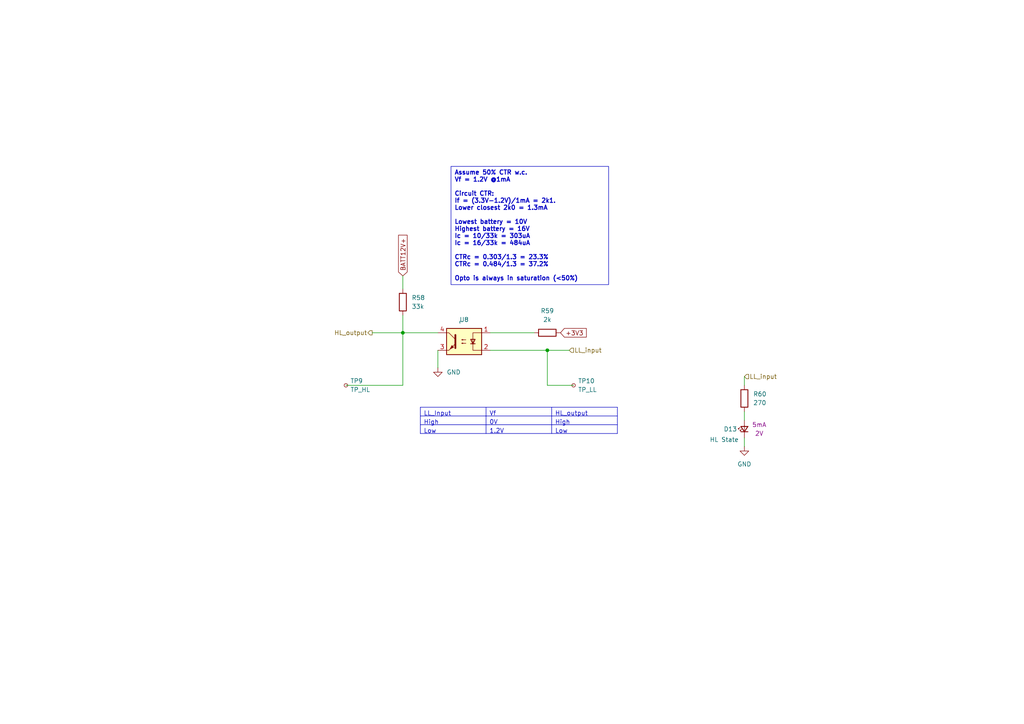
<source format=kicad_sch>
(kicad_sch (version 20250114) (generator "eeschema") (generator_version "9.0")
  (paper "A4")
  (title_block (title "Main architecture") (date "2025-08-10") (rev "0.0") (company "Alex Miller & Martin Roger") (comment 1 "https://github.com/martinroger/VXDash") (comment 2 "https://cadlab.io/projects/vxdash"))
  (lib_symbols
    (symbol "Connector:TestPoint_Small" (pin_numbers (hide yes)) (pin_names (offset 0.762) (hide yes))
      (property "Reference" "TP" (at 0 3.81 0))
      (property "Value" "TestPoint_Small" (at 0 2.032 0))
      (symbol "TestPoint_Small_0_1"
        (circle (center 0 0) (radius 0.508))
      )
      (symbol "TestPoint_Small_1_1"
        (pin passive line (at 0 0 90) (length 0) (name "1") (number "1"))
      )
    )
    (symbol "Isolator:SFH617A-2X009T"
      (property "Reference" "U" (at -3.81 5.08 0))
      (property "Value" "SFH617A-2X009T" (at 0 -5.08 0))
      (symbol "SFH617A-2X009T_1_1"
        (rectangle (start -5.08 3.81) (end 5.08 -3.81) (stroke (width 0.254)) (fill (type background)))
        (polyline (pts (xy -5.08 2.54) (xy -2.54 2.54) (xy -2.54 -0.762)))
        (polyline (pts (xy -3.175 -0.635) (xy -1.905 -0.635)) (stroke (width 0.254)))
        (polyline (pts (xy -2.54 -0.635) (xy -2.54 -2.54) (xy -5.08 -2.54)))
        (polyline (pts (xy -2.54 -0.635) (xy -3.175 0.635) (xy -1.905 0.635) (xy -2.54 -0.635)) (stroke (width 0.254)))
        (polyline (pts (xy -0.508 0.508) (xy 0.762 0.508) (xy 0.381 0.381) (xy 0.381 0.635) (xy 0.762 0.508)))
        (polyline (pts (xy -0.508 -0.508) (xy 0.762 -0.508) (xy 0.381 -0.635) (xy 0.381 -0.381) (xy 0.762 -0.508)))
        (polyline (pts (xy 2.54 1.905) (xy 2.54 -1.905) (xy 2.54 -1.905)) (stroke (width 0.508)))
        (polyline (pts (xy 2.54 0.635) (xy 4.445 2.54)))
        (polyline (pts (xy 3.048 -1.651) (xy 3.556 -1.143) (xy 4.064 -2.159) (xy 3.048 -1.651) (xy 3.048 -1.651)) (fill (type outline)))
        (polyline (pts (xy 4.445 2.54) (xy 5.08 2.54)))
        (polyline (pts (xy 4.445 -2.54) (xy 2.54 -0.635)) (fill (type outline)))
        (polyline (pts (xy 4.445 -2.54) (xy 5.08 -2.54)))
        (pin passive line (at -7.62 2.54 0) (length 2.54) (name "~") (number "1"))
        (pin passive line (at -7.62 -2.54 0) (length 2.54) (name "~") (number "2"))
        (pin passive line (at 7.62 2.54 180) (length 2.54) (name "~") (number "4"))
        (pin passive line (at 7.62 -2.54 180) (length 2.54) (name "~") (number "3"))
      )
    )
    (symbol "VXDash_diodes:LED_Small" (pin_numbers (hide yes)) (pin_names (offset 0.254) (hide yes))
      (property "Reference" "D1" (at 0.0635 6.35 0))
      (property "Value" "LED_Small" (at 0.0635 3.81 0))
      (property "Vf" "2V" (at 0 -4.572 0))
      (property "If" "5mA" (at 0 -2.54 0))
      (symbol "LED_Small_0_1"
        (polyline (pts (xy -0.762 -1.016) (xy -0.762 1.016)) (stroke (width 0.254)))
        (polyline (pts (xy 0 0.762) (xy -0.508 1.27) (xy -0.254 1.27) (xy -0.508 1.27) (xy -0.508 1.016)))
        (polyline (pts (xy 0.508 1.27) (xy 0 1.778) (xy 0.254 1.778) (xy 0 1.778) (xy 0 1.524)))
        (polyline (pts (xy 0.762 -1.016) (xy -0.762 0) (xy 0.762 1.016) (xy 0.762 -1.016)) (stroke (width 0.254)))
        (polyline (pts (xy 1.016 0) (xy -0.762 0)))
      )
      (symbol "LED_Small_1_1"
        (pin passive line (at -2.54 0 0) (length 1.778) (name "K") (number "1"))
        (pin passive line (at 2.54 0 180) (length 1.778) (name "A") (number "2"))
      )
    )
    (symbol "VXDash_passives:Res" (pin_numbers (hide yes)) (pin_names (offset 0))
      (property "Reference" "R" (at 1.27 1.27 0))
      (property "Value" "Res" (at 1.27 -1.27 0))
      (symbol "Res_0_1"
        (rectangle (start -1.016 -2.54) (end 1.016 2.54) (stroke (width 0.254)))
      )
      (symbol "Res_1_1"
        (pin passive line (at 0 3.81 270) (length 1.27) (name "~") (number "1"))
        (pin passive line (at 0 -3.81 90) (length 1.27) (name "~") (number "2"))
      )
    )
    (symbol "power:GND" (power) (pin_numbers (hide yes)) (pin_names (offset 0) (hide yes))
      (property "Value" "GND" (at 0 -3.81 0))
      (symbol "GND_0_1"
        (polyline (pts (xy 0 0) (xy 0 -1.27) (xy 1.27 -1.27) (xy 0 -2.54) (xy -1.27 -1.27) (xy 0 -1.27)))
      )
      (symbol "GND_1_1"
        (pin power_in line (at 0 0 270) (length 0) (name "~") (number "1"))
      )
    )
  )
  (text_box "Assume 50% CTR w.c.\nVf = 1.2V @1mA\n\nCircuit CTR:\nIf = (3.3V-1.2V)/1mA = 2k1. \nLower closest 2k0 = 1.3mA\n\nLowest battery = 10V\nHighest battery = 16V\nIc = 10/33k = 303uA\nIc = 16/33k = 484uA\n\nCTRc = 0.303/1.3 = 23.3%\nCTRc = 0.484/1.3 = 37.2%\n\nOpto is always in saturation (<50%)\n" (at 130.81 48.26 0) (size 45.72 34.29) (margins 0.9525 0.9525 0.9525 0.9525) (effects (font (size 1.27 1.27) (bold yes)) (justify left top)))
  (junction (at 116.84 96.52))
  (junction (at 158.75 101.6))
  (wire (pts (xy 116.84 96.52) (xy 127 96.52)))
  (wire (pts (xy 142.24 101.6) (xy 158.75 101.6)))
  (wire (pts (xy 142.24 96.52) (xy 154.94 96.52)))
  (wire (pts (xy 107.95 96.52) (xy 116.84 96.52)))
  (wire (pts (xy 215.9 119.38) (xy 215.9 121.92)))
  (wire (pts (xy 116.84 91.44) (xy 116.84 96.52)))
  (wire (pts (xy 116.84 80.01) (xy 116.84 83.82)))
  (wire (pts (xy 100.33 111.76) (xy 116.84 111.76)))
  (wire (pts (xy 116.84 111.76) (xy 116.84 96.52)))
  (wire (pts (xy 158.75 101.6) (xy 165.1 101.6)))
  (wire (pts (xy 215.9 109.22) (xy 215.9 111.76)))
  (wire (pts (xy 215.9 127) (xy 215.9 129.54)))
  (wire (pts (xy 166.37 111.76) (xy 158.75 111.76)))
  (wire (pts (xy 158.75 111.76) (xy 158.75 101.6)))
  (wire (pts (xy 127 106.68) (xy 127 101.6)))
  (table (column_count 3) (border (external yes) (header yes)) (separators (rows yes) (cols yes)) (column_widths 19.05 19.05 19.05) (row_heights 2.54 2.54 2.54) (cells (table_cell "LL_Input" (at 121.92 118.11 0) (size 19.05 2.54) (margins 0.9525 0.9525 0.9525 0.9525) (span 1 1)) (table_cell "Vf" (at 140.97 118.11 0) (size 19.05 2.54) (margins 0.9525 0.9525 0.9525 0.9525) (span 1 1)) (table_cell "HL_output" (at 160.02 118.11 0) (size 19.05 2.54) (margins 0.9525 0.9525 0.9525 0.9525) (span 1 1)) (table_cell "High" (at 121.92 120.65 0) (size 19.05 2.54) (margins 0.9525 0.9525 0.9525 0.9525) (span 1 1)) (table_cell "0V" (at 140.97 120.65 0) (size 19.05 2.54) (margins 0.9525 0.9525 0.9525 0.9525) (span 1 1)) (table_cell "High" (at 160.02 120.65 0) (size 19.05 2.54) (margins 0.9525 0.9525 0.9525 0.9525) (span 1 1)) (table_cell "Low" (at 121.92 123.19 0) (size 19.05 2.54) (margins 0.9525 0.9525 0.9525 0.9525) (span 1 1)) (table_cell "1.2V" (at 140.97 123.19 0) (size 19.05 2.54) (margins 0.9525 0.9525 0.9525 0.9525) (span 1 1)) (table_cell "Low" (at 160.02 123.19 0) (size 19.05 2.54) (margins 0.9525 0.9525 0.9525 0.9525) (span 1 1))))
  (global_label "+3V3" (shape input) (at 162.56 96.52 0) (property "Intersheetrefs" "${INTERSHEET_REFS}" (effects (hide yes))))
  (global_label "BATT12V+" (shape input) (at 116.84 80.01 90) (property "Intersheetrefs" "${INTERSHEET_REFS}" (effects (hide yes))))
  (hierarchical_label "LL_input" (shape input) (at 215.9 109.22 0))
  (hierarchical_label "HL_output" (shape output) (at 107.95 96.52 180))
  (hierarchical_label "LL_input" (shape input) (at 165.1 101.6 0))
  (symbol (lib_id "Isolator:SFH617A-2X009T") (at 134.62 99.06 0) (mirror y) (unit 1)
    (property "Reference" "U8" (at 134.62 92.71 0))
    (property "Value" "~" (at 133.3501 93.98 90) (effects (justify left)))
    (property "Footprint" "Package_DIP:SMDIP-4_W7.62mm" (effects (hide yes)))
    (property "Datasheet" "https://www.diodes.com/assets/Datasheets/DPC817-Series.pdf" (effects (hide yes)))
    (property "Description" "Optocoupler 5kV" (effects (hide yes)))
    (instances (project "VXDash_Emulator" (path "" (reference "U8") (unit 1)) (path "" (reference "U16") (unit 1)) (path "" (reference "U19") (unit 1)) (path "" (reference "U14") (unit 1)) (path "" (reference "U17") (unit 1)) (path "" (reference "U15") (unit 1)) (path "" (reference "U18") (unit 1))))
  )
  (symbol (lib_id "VXDash_passives:Res") (at 215.9 115.57 0) (unit 1)
    (property "Reference" "R60" (at 218.44 114.2999 0) (effects (justify left)))
    (property "Value" "270" (at 218.44 116.8399 0) (effects (justify left)))
    (property "Footprint" "Resistor_SMD:R_0603_1608Metric_Pad0.98x0.95mm_HandSolder" (effects (hide yes)))
    (property "Tol" "1%" (effects (hide yes)))
    (property "Power" "100mW" (effects (hide yes)))
    (instances (project "VXDash_Emulator" (path "" (reference "R60") (unit 1)) (path "" (reference "R84") (unit 1)) (path "" (reference "R97") (unit 1)) (path "" (reference "R78") (unit 1)) (path "" (reference "R87") (unit 1)) (path "" (reference "R81") (unit 1)) (path "" (reference "R90") (unit 1))))
  )
  (symbol (lib_id "VXDash_passives:Res") (at 158.75 96.52 90) (unit 1)
    (property "Reference" "R59" (at 158.75 90.17 90))
    (property "Value" "2k" (at 158.75 92.71 90))
    (property "Footprint" "Resistor_SMD:R_0805_2012Metric_Pad1.20x1.40mm_HandSolder" (effects (hide yes)))
    (property "Tol" "1%" (effects (hide yes)))
    (property "Power" "100mW" (effects (hide yes)))
    (instances (project "VXDash_Emulator" (path "" (reference "R59") (unit 1)) (path "" (reference "R83") (unit 1)) (path "" (reference "R96") (unit 1)) (path "" (reference "R77") (unit 1)) (path "" (reference "R86") (unit 1)) (path "" (reference "R80") (unit 1)) (path "" (reference "R89") (unit 1))))
  )
  (symbol (lib_id "VXDash_diodes:LED_Small") (at 215.9 124.46 90) (unit 1)
    (property "Reference" "D13" (at 211.836 124.46 90))
    (property "Value" "HL State" (at 210.058 127.508 90))
    (property "Footprint" "LED_SMD:LED_0603_1608Metric_Pad1.05x0.95mm_HandSolder" (effects (hide yes)))
    (property "Description" "Light emitting diode, small symbol" (effects (hide yes)))
    (property "Sim.Pin" "1=K 2=A" (effects (hide yes)))
    (property "Vf" "2V" (at 220.218 125.73 90))
    (property "If" "5mA" (at 220.218 123.19 90))
    (instances (project "VXDash_Emulator" (path "" (reference "D13") (unit 1)) (path "" (reference "D21") (unit 1)) (path "" (reference "D24") (unit 1)) (path "" (reference "D19") (unit 1)) (path "" (reference "D22") (unit 1)) (path "" (reference "D20") (unit 1)) (path "" (reference "D23") (unit 1))))
  )
  (symbol (lib_id "Connector:TestPoint_Small") (at 100.33 111.76 0) (unit 1)
    (property "Reference" "TP9" (at 101.6 110.4899 0) (effects (justify left)))
    (property "Value" "TP_HL" (at 101.6 113.0299 0) (effects (justify left)))
    (property "Footprint" "TestPoint:TestPoint_Pad_D2.0mm" (effects (hide yes)))
    (property "Description" "test point" (effects (hide yes)))
    (instances (project "VXDash_Emulator" (path "" (reference "TP9") (unit 1)) (path "" (reference "TP15") (unit 1)) (path "" (reference "TP21") (unit 1)) (path "" (reference "TP11") (unit 1)) (path "" (reference "TP17") (unit 1)) (path "" (reference "TP13") (unit 1)) (path "" (reference "TP19") (unit 1))))
  )
  (symbol (lib_id "Connector:TestPoint_Small") (at 166.37 111.76 0) (unit 1)
    (property "Reference" "TP10" (at 167.64 110.4899 0) (effects (justify left)))
    (property "Value" "TP_LL" (at 167.64 113.0299 0) (effects (justify left)))
    (property "Footprint" "TestPoint:TestPoint_Pad_D2.0mm" (effects (hide yes)))
    (property "Description" "test point" (effects (hide yes)))
    (instances (project "VXDash_Emulator" (path "" (reference "TP10") (unit 1)) (path "" (reference "TP16") (unit 1)) (path "" (reference "TP22") (unit 1)) (path "" (reference "TP12") (unit 1)) (path "" (reference "TP18") (unit 1)) (path "" (reference "TP14") (unit 1)) (path "" (reference "TP20") (unit 1))))
  )
  (symbol (lib_id "VXDash_passives:Res") (at 116.84 87.63 0) (unit 1)
    (property "Reference" "R58" (at 119.38 86.3599 0) (effects (justify left)))
    (property "Value" "33k" (at 119.38 88.8999 0) (effects (justify left)))
    (property "Footprint" "Resistor_SMD:R_0805_2012Metric_Pad1.20x1.40mm_HandSolder" (effects (hide yes)))
    (property "Tol" "1%" (effects (hide yes)))
    (property "Power" "100mW" (effects (hide yes)))
    (instances (project "VXDash_Emulator" (path "" (reference "R58") (unit 1)) (path "" (reference "R82") (unit 1)) (path "" (reference "R95") (unit 1)) (path "" (reference "R76") (unit 1)) (path "" (reference "R85") (unit 1)) (path "" (reference "R79") (unit 1)) (path "" (reference "R88") (unit 1))))
  )
  (symbol (lib_id "power:GND") (at 127 106.68 0) (unit 1)
    (property "Reference" "#PWR028" (effects (hide yes)))
    (property "Value" "GND" (at 129.54 107.9499 0) (effects (justify left)))
    (property "Description" "Power symbol creates a global label with name \"GND\" , ground" (effects (hide yes)))
    (instances (project "VXDash_Emulator" (path "" (reference "#PWR028") (unit 1)) (path "" (reference "#PWR044") (unit 1)) (path "" (reference "#PWR051") (unit 1)) (path "" (reference "#PWR040") (unit 1)) (path "" (reference "#PWR046") (unit 1)) (path "" (reference "#PWR042") (unit 1)) (path "" (reference "#PWR048") (unit 1))))
  )
  (symbol (lib_id "power:GND") (at 215.9 129.54 0) (unit 1)
    (property "Reference" "#PWR029" (effects (hide yes)))
    (property "Value" "GND" (at 215.9 134.62 0))
    (property "Description" "Power symbol creates a global label with name \"GND\" , ground" (effects (hide yes)))
    (instances (project "VXDash_Emulator" (path "" (reference "#PWR029") (unit 1)) (path "" (reference "#PWR045") (unit 1)) (path "" (reference "#PWR052") (unit 1)) (path "" (reference "#PWR041") (unit 1)) (path "" (reference "#PWR047") (unit 1)) (path "" (reference "#PWR043") (unit 1)) (path "" (reference "#PWR049") (unit 1))))
  )
)
</source>
